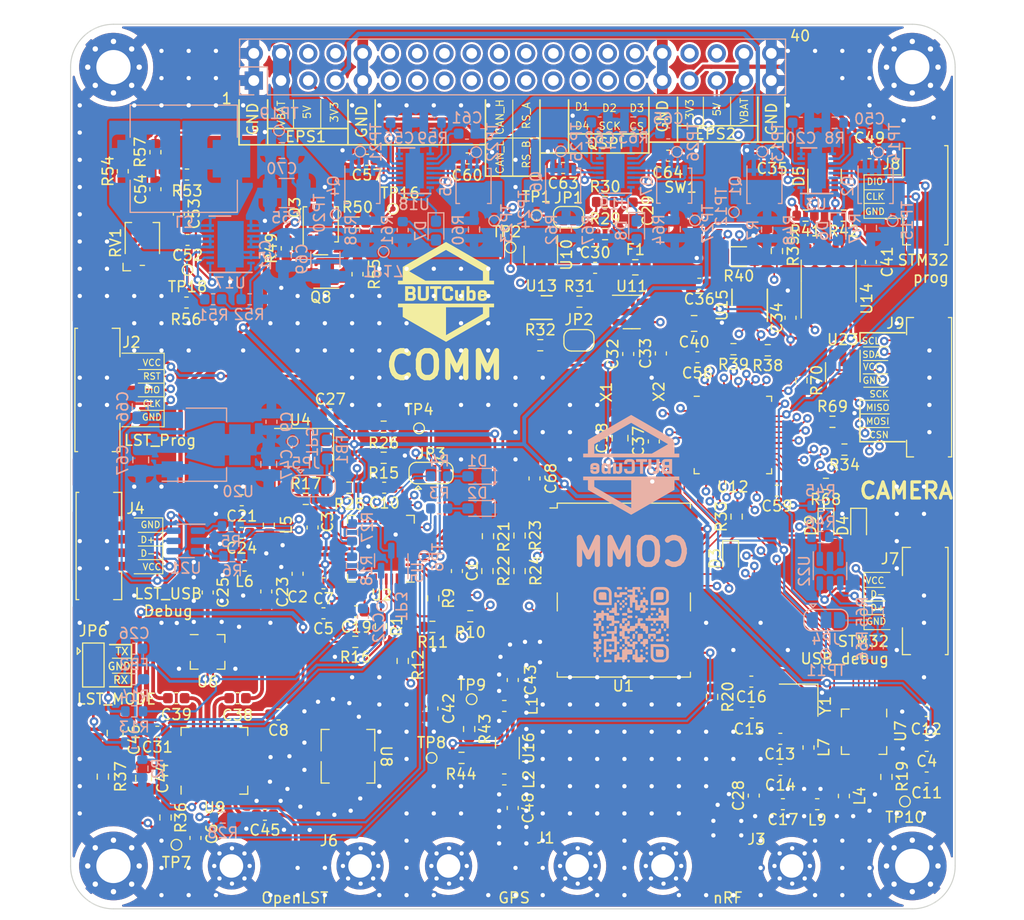
<source format=kicad_pcb>
(kicad_pcb (version 20211014) (generator pcbnew)

  (general
    (thickness 0.986)
  )

  (paper "A4")
  (layers
    (0 "F.Cu" power)
    (1 "In1.Cu" mixed)
    (2 "In2.Cu" mixed)
    (31 "B.Cu" power)
    (32 "B.Adhes" user "B.Adhesive")
    (33 "F.Adhes" user "F.Adhesive")
    (34 "B.Paste" user)
    (35 "F.Paste" user)
    (36 "B.SilkS" user "B.Silkscreen")
    (37 "F.SilkS" user "F.Silkscreen")
    (38 "B.Mask" user)
    (39 "F.Mask" user)
    (40 "Dwgs.User" user "User.Drawings")
    (41 "Cmts.User" user "User.Comments")
    (42 "Eco1.User" user "User.Eco1")
    (43 "Eco2.User" user "User.Eco2")
    (44 "Edge.Cuts" user)
    (45 "Margin" user)
    (46 "B.CrtYd" user "B.Courtyard")
    (47 "F.CrtYd" user "F.Courtyard")
    (48 "B.Fab" user)
    (49 "F.Fab" user)
    (50 "User.1" user)
    (51 "User.2" user)
    (52 "User.3" user)
    (53 "User.4" user)
    (54 "User.5" user)
    (55 "User.6" user)
    (56 "User.7" user)
    (57 "User.8" user)
    (58 "User.9" user)
  )

  (setup
    (stackup
      (layer "F.SilkS" (type "Top Silk Screen"))
      (layer "F.Paste" (type "Top Solder Paste"))
      (layer "F.Mask" (type "Top Solder Mask") (thickness 0.01))
      (layer "F.Cu" (type "copper") (thickness 0.018))
      (layer "dielectric 1" (type "core") (thickness 0.175) (material "FR4") (epsilon_r 4.5) (loss_tangent 0.02))
      (layer "In1.Cu" (type "copper") (thickness 0.035))
      (layer "dielectric 2" (type "prepreg") (thickness 0.51) (material "FR4") (epsilon_r 4.5) (loss_tangent 0.02))
      (layer "In2.Cu" (type "copper") (thickness 0.035))
      (layer "dielectric 3" (type "core") (thickness 0.175) (material "FR4") (epsilon_r 4.5) (loss_tangent 0.02))
      (layer "B.Cu" (type "copper") (thickness 0.018))
      (layer "B.Mask" (type "Bottom Solder Mask") (thickness 0.01))
      (layer "B.Paste" (type "Bottom Solder Paste"))
      (layer "B.SilkS" (type "Bottom Silk Screen"))
      (copper_finish "None")
      (dielectric_constraints no)
    )
    (pad_to_mask_clearance 0)
    (pcbplotparams
      (layerselection 0x00010fc_ffffffff)
      (disableapertmacros false)
      (usegerberextensions false)
      (usegerberattributes true)
      (usegerberadvancedattributes true)
      (creategerberjobfile true)
      (svguseinch false)
      (svgprecision 6)
      (excludeedgelayer true)
      (plotframeref false)
      (viasonmask false)
      (mode 1)
      (useauxorigin false)
      (hpglpennumber 1)
      (hpglpenspeed 20)
      (hpglpendiameter 15.000000)
      (dxfpolygonmode true)
      (dxfimperialunits true)
      (dxfusepcbnewfont true)
      (psnegative false)
      (psa4output false)
      (plotreference true)
      (plotvalue true)
      (plotinvisibletext false)
      (sketchpadsonfab false)
      (subtractmaskfromsilk false)
      (outputformat 1)
      (mirror false)
      (drillshape 1)
      (scaleselection 1)
      (outputdirectory "")
    )
  )

  (net 0 "")
  (net 1 "Net-(C1-Pad1)")
  (net 2 "GND")
  (net 3 "+3V3")
  (net 4 "/OpenLST (Beacon)/PA_VAPC")
  (net 5 "+3V8")
  (net 6 "/OpenLST (Beacon)/VDD_USB_LST")
  (net 7 "Net-(C12-Pad1)")
  (net 8 "Net-(C13-Pad2)")
  (net 9 "Net-(C15-Pad1)")
  (net 10 "Net-(C16-Pad1)")
  (net 11 "Net-(C17-Pad1)")
  (net 12 "Net-(C17-Pad2)")
  (net 13 "/MCU/MCU_POWER")
  (net 14 "Net-(C19-Pad1)")
  (net 15 "/3V3 power share/VCC_EN")
  (net 16 "Net-(C21-Pad2)")
  (net 17 "Net-(C22-Pad1)")
  (net 18 "Net-(C23-Pad2)")
  (net 19 "Net-(C24-Pad1)")
  (net 20 "Net-(C24-Pad2)")
  (net 21 "Net-(C25-Pad2)")
  (net 22 "Net-(C26-Pad1)")
  (net 23 "Net-(C29-Pad1)")
  (net 24 "/3V3 power share/EPS#1")
  (net 25 "Net-(C35-Pad2)")
  (net 26 "Net-(C38-Pad1)")
  (net 27 "Net-(C38-Pad2)")
  (net 28 "Net-(C39-Pad1)")
  (net 29 "Net-(C39-Pad2)")
  (net 30 "/MCU/VREF")
  (net 31 "Net-(C42-Pad1)")
  (net 32 "Net-(C43-Pad1)")
  (net 33 "Net-(C43-Pad2)")
  (net 34 "Net-(C45-Pad1)")
  (net 35 "Net-(C45-Pad2)")
  (net 36 "Net-(C48-Pad1)")
  (net 37 "Net-(C48-Pad2)")
  (net 38 "Net-(C49-Pad1)")
  (net 39 "/3V3 power share/EPS#2")
  (net 40 "Net-(C50-Pad1)")
  (net 41 "VIN")
  (net 42 "Net-(C52-Pad1)")
  (net 43 "Net-(C52-Pad2)")
  (net 44 "Net-(C53-Pad1)")
  (net 45 "Net-(C54-Pad1)")
  (net 46 "/Power Convertor/VBAT1/VCC_EN")
  (net 47 "/Power Convertor/EPS#1_VBAT")
  (net 48 "Net-(C57-Pad2)")
  (net 49 "Net-(C60-Pad1)")
  (net 50 "/Power Convertor/EPS#2_VBAT")
  (net 51 "Net-(C61-Pad1)")
  (net 52 "/5V power share/VCC_EN")
  (net 53 "/5V power share/EPS#1")
  (net 54 "Net-(C63-Pad2)")
  (net 55 "Net-(C64-Pad1)")
  (net 56 "/5V power share/EPS#2")
  (net 57 "Net-(C65-Pad1)")
  (net 58 "/OpenLST (Beacon)/USB_POWER_LST")
  (net 59 "Net-(D1-Pad2)")
  (net 60 "Net-(D2-Pad2)")
  (net 61 "Net-(D3-Pad1)")
  (net 62 "Net-(D4-Pad1)")
  (net 63 "/MCU/CAN_L")
  (net 64 "/MCU/CAN_H")
  (net 65 "Net-(D6-Pad1)")
  (net 66 "Net-(D6-Pad2)")
  (net 67 "Net-(D7-Pad1)")
  (net 68 "Net-(D7-Pad2)")
  (net 69 "Net-(D8-Pad1)")
  (net 70 "Net-(D8-Pad2)")
  (net 71 "Net-(D9-Pad1)")
  (net 72 "Net-(F1-Pad2)")
  (net 73 "Net-(FB1-Pad1)")
  (net 74 "/OpenLST (Beacon)/PROG_DD")
  (net 75 "/OpenLST (Beacon)/PROG_DC")
  (net 76 "/OpenLST (Beacon)/~{LST_RESET}")
  (net 77 "/MCU/USB_POWER")
  (net 78 "/MCU/SWCLK")
  (net 79 "/MCU/SWDIO")
  (net 80 "/MCU/QSPI_D1{slash}CAM_CSN")
  (net 81 "/MCU/QSPI_D2{slash}CAM_MOSI")
  (net 82 "/MCU/QSPI_D3{slash}CAM_MISO")
  (net 83 "/MCU/CAM_SCK")
  (net 84 "+5V")
  (net 85 "/I2C_SDA")
  (net 86 "/I2C_SCL")
  (net 87 "unconnected-(J12-Pad6)")
  (net 88 "unconnected-(J12-Pad8)")
  (net 89 "unconnected-(J12-Pad11)")
  (net 90 "unconnected-(J12-Pad12)")
  (net 91 "unconnected-(J12-Pad13)")
  (net 92 "unconnected-(J12-Pad14)")
  (net 93 "unconnected-(J12-Pad15)")
  (net 94 "unconnected-(J12-Pad16)")
  (net 95 "unconnected-(J12-Pad17)")
  (net 96 "unconnected-(J12-Pad18)")
  (net 97 "/MCU/RS_485_~{B}")
  (net 98 "/MCU/RS_485_A")
  (net 99 "unconnected-(J12-Pad23)")
  (net 100 "unconnected-(J12-Pad24)")
  (net 101 "/MCU/QSPI_D0")
  (net 102 "/MCU/QSPI_SCK")
  (net 103 "/MCU/QSPI_NCS")
  (net 104 "unconnected-(J12-Pad34)")
  (net 105 "unconnected-(J12-Pad36)")
  (net 106 "Net-(JP1-Pad1)")
  (net 107 "/MCU/NRST")
  (net 108 "Net-(JP2-Pad1)")
  (net 109 "Net-(JP2-Pad2)")
  (net 110 "/OpenLST (Beacon)/RF_EN")
  (net 111 "/OpenLST (Beacon)/RF_EN_MCU")
  (net 112 "/OpenLST (Beacon)/RF_PWR_EN")
  (net 113 "Net-(JP4-Pad3)")
  (net 114 "/MCU/VDD_USB")
  (net 115 "Net-(L3-Pad1)")
  (net 116 "Net-(L3-Pad2)")
  (net 117 "Net-(L4-Pad1)")
  (net 118 "Net-(L4-Pad2)")
  (net 119 "Net-(Q1-Pad5)")
  (net 120 "Net-(Q1-Pad4)")
  (net 121 "Net-(Q2-Pad4)")
  (net 122 "Net-(Q2-Pad5)")
  (net 123 "Net-(Q3-Pad4)")
  (net 124 "Net-(Q3-Pad5)")
  (net 125 "Net-(Q4-Pad5)")
  (net 126 "Net-(Q4-Pad4)")
  (net 127 "Net-(Q5-Pad4)")
  (net 128 "Net-(Q5-Pad5)")
  (net 129 "Net-(Q6-Pad5)")
  (net 130 "Net-(Q6-Pad4)")
  (net 131 "Net-(Q7-Pad4)")
  (net 132 "Net-(Q7-Pad5)")
  (net 133 "/OpenLST (Beacon)/~{LST_RX_MODE}")
  (net 134 "/OpenLST (Beacon)/LST_TX_MODE")
  (net 135 "Net-(R3-Pad2)")
  (net 136 "Net-(R4-Pad2)")
  (net 137 "Net-(R5-Pad1)")
  (net 138 "/OpenLST (Beacon)/USB_N")
  (net 139 "/OpenLST (Beacon)/USB_P")
  (net 140 "Net-(R6-Pad2)")
  (net 141 "Net-(R8-Pad2)")
  (net 142 "Net-(R9-Pad1)")
  (net 143 "/OpenLST (Beacon)/UART0_CTS")
  (net 144 "Net-(R10-Pad1)")
  (net 145 "/OpenLST (Beacon)/UART0_RTS")
  (net 146 "Net-(R11-Pad1)")
  (net 147 "/OpenLST (Beacon)/UART0_RX")
  (net 148 "Net-(R12-Pad1)")
  (net 149 "/OpenLST (Beacon)/UART0_TX")
  (net 150 "Net-(R15-Pad2)")
  (net 151 "Net-(R16-Pad2)")
  (net 152 "Net-(R17-Pad1)")
  (net 153 "Net-(R17-Pad2)")
  (net 154 "Net-(R19-Pad2)")
  (net 155 "/OpenLST (Beacon)/AN0")
  (net 156 "/OpenLST (Beacon)/AN1")
  (net 157 "Net-(R25-Pad2)")
  (net 158 "/OpenLST (Beacon)/RF_BYP")
  (net 159 "Net-(R32-Pad1)")
  (net 160 "/MCU/LED2")
  (net 161 "/MCU/CAN_RS")
  (net 162 "/MCU/RS_485_R_EN")
  (net 163 "/MCU/RS_485_T_EN")
  (net 164 "Net-(R43-Pad2)")
  (net 165 "Net-(R44-Pad1)")
  (net 166 "Net-(R44-Pad2)")
  (net 167 "Net-(R45-Pad1)")
  (net 168 "/MCU/USB_N")
  (net 169 "/MCU/USB_P")
  (net 170 "Net-(R46-Pad2)")
  (net 171 "Net-(R51-Pad2)")
  (net 172 "Net-(R52-Pad1)")
  (net 173 "Net-(R54-Pad2)")
  (net 174 "Net-(R59-Pad2)")
  (net 175 "Net-(R63-Pad2)")
  (net 176 "unconnected-(U1-Pad1)")
  (net 177 "unconnected-(U1-Pad3)")
  (net 178 "/GPS Module/IRQ")
  (net 179 "unconnected-(U1-Pad5)")
  (net 180 "unconnected-(U1-Pad6)")
  (net 181 "/GPS Module/RESET")
  (net 182 "unconnected-(U1-Pad15)")
  (net 183 "unconnected-(U1-Pad16)")
  (net 184 "unconnected-(U1-Pad17)")
  (net 185 "/GPS Module/TXD")
  (net 186 "/GPS Module/RXD")
  (net 187 "unconnected-(U2-Pad8)")
  (net 188 "unconnected-(U2-Pad18)")
  (net 189 "unconnected-(U2-Pad20)")
  (net 190 "/MCU/NRF_CE")
  (net 191 "/MCU/NRF_SPI_CSN")
  (net 192 "/MCU/NRF_SPI_SCK")
  (net 193 "/MCU/NRF_SPI_MOSI")
  (net 194 "/MCU/NRF_SPI_MISO")
  (net 195 "/MCU/NRF_IRQ")
  (net 196 "Net-(U8-Pad2)")
  (net 197 "Net-(U8-Pad6)")
  (net 198 "unconnected-(U9-Pad14)")
  (net 199 "unconnected-(U9-Pad16)")
  (net 200 "unconnected-(U9-Pad25)")
  (net 201 "unconnected-(U10-Pad3)")
  (net 202 "/MCU/WDG_RESET")
  (net 203 "unconnected-(U11-Pad3)")
  (net 204 "unconnected-(U12-Pad1)")
  (net 205 "/MCU/LSE")
  (net 206 "/MCU/HSE")
  (net 207 "/MCU/CAN_RX")
  (net 208 "/MCU/CAN_TX")
  (net 209 "unconnected-(U13-Pad3)")
  (net 210 "/MCU/RS_485_R")
  (net 211 "/MCU/RS_485_T")
  (net 212 "unconnected-(U15-Pad7)")
  (net 213 "Net-(JP6-Pad3)")
  (net 214 "/camera/CAM_VCC")
  (net 215 "Net-(R70-Pad1)")
  (net 216 "Net-(J4-Pad2)")
  (net 217 "Net-(J4-Pad3)")
  (net 218 "Net-(J7-Pad2)")
  (net 219 "Net-(J7-Pad3)")
  (net 220 "Net-(JP6-Pad1)")
  (net 221 "unconnected-(X1-Pad1)")

  (footprint "Capacitor_SMD:C_0805_2012Metric_Pad1.18x1.45mm_HandSolder" (layer "F.Cu") (at 143.1544 71.9044))

  (footprint "TCY_Buttons:KMT031NGJLHS" (layer "F.Cu") (at 141.8844 61.5881))

  (footprint "Resistor_SMD:R_0603_1608Metric" (layer "F.Cu") (at 93.853 117.983 90))

  (footprint "Resistor_SMD:R_0603_1608Metric" (layer "F.Cu") (at 157.099 61.849 180))

  (footprint "Package_DFN_QFN:QFN-20-1EP_4x4mm_P0.5mm_EP2.5x2.5mm" (layer "F.Cu") (at 159.004 109.982 -90))

  (footprint "MountingHole:MountingHole_3.2mm_M3_Pad_Via" (layer "F.Cu") (at 163.5 122.5))

  (footprint "Resistor_SMD:R_0603_1608Metric" (layer "F.Cu") (at 123.9266 91.7448 90))

  (footprint "Capacitor_SMD:C_0603_1608Metric" (layer "F.Cu") (at 94.8583 106.8505))

  (footprint "Resistor_SMD:R_1206_3216Metric" (layer "F.Cu") (at 147.32 65.659 180))

  (footprint "Inductor_SMD:L_0603_1608Metric" (layer "F.Cu") (at 103.492 90.678 -90))

  (footprint "Resistor_SMD:R_0603_1608Metric" (layer "F.Cu") (at 121.4628 112.4204))

  (footprint "MountingHole:MountingHole_3.2mm_M3_Pad_Via" (layer "F.Cu") (at 89 48))

  (footprint "Capacitor_SMD:C_0603_1608Metric" (layer "F.Cu") (at 100.965 88.392))

  (footprint "TCY_Connector:Amphenol 10114830-10104LF 1x04 Horizontal" (layer "F.Cu") (at 88.265 92.6592 -90))

  (footprint "Capacitor_SMD:C_0603_1608Metric" (layer "F.Cu") (at 128.27 86.36 90))

  (footprint "Capacitor_SMD:C_0603_1608Metric" (layer "F.Cu") (at 152.146 71.374 90))

  (footprint "Resistor_SMD:R_0603_1608Metric" (layer "F.Cu") (at 153.162 77.216 -90))

  (footprint "Capacitor_SMD:C_0603_1608Metric" (layer "F.Cu") (at 114.2492 87.2236 180))

  (footprint "Inductor_SMD:L_0603_1608Metric" (layer "F.Cu") (at 125.45 114.427 180))

  (footprint "RF_GPS:ublox_NEO" (layer "F.Cu") (at 136.6012 96.774))

  (footprint "Package_TO_SOT_SMD:SOT-23-6_Handsoldering" (layer "F.Cu") (at 157.0228 76.454 -90))

  (footprint "Capacitor_SMD:C_0603_1608Metric" (layer "F.Cu") (at 108.585 96.139 180))

  (footprint "Inductor_SMD:L_0603_1608Metric" (layer "F.Cu") (at 105.156 64.897 90))

  (footprint "Resistor_SMD:R_0603_1608Metric" (layer "F.Cu") (at 161.0868 114.1984 90))

  (footprint "Jumper:SolderJumper-2_P1.3mm_Open_RoundedPad1.0x1.5mm" (layer "F.Cu") (at 132.4108 73.4753 180))

  (footprint "Capacitor_SMD:C_0603_1608Metric" (layer "F.Cu") (at 118.745 107.823 -90))

  (footprint "Jumper:SolderJumper-2_P1.3mm_Open_RoundedPad1.0x1.5mm" (layer "F.Cu") (at 131.4456 61.9945))

  (footprint "Inductor_SMD:L_0603_1608Metric" (layer "F.Cu") (at 95.8596 58.0136))

  (footprint "Capacitor_SMD:C_0603_1608Metric" (layer "F.Cu") (at 133.9218 66.7189))

  (footprint "Capacitor_SMD:C_0603_1608Metric" (layer "F.Cu") (at 126.24 105.156 -90))

  (footprint "Capacitor_SMD:C_0603_1608Metric" (layer "F.Cu") (at 151.1938 113.538))

  (footprint "MountingHole:MountingHole_3.2mm_M3_Pad_Via" (layer "F.Cu") (at 163.5 48))

  (footprint "Resistor_SMD:R_0603_1608Metric" (layer "F.Cu") (at 111.5568 101.6 180))

  (footprint "Resistor_SMD:R_0603_1608Metric" (layer "F.Cu") (at 118.8212 97.536 -90))

  (footprint "Resistor_SMD:R_0603_1608Metric" (layer "F.Cu") (at 134.8492 60.5721))

  (footprint "Resistor_SMD:R_0603_1608Metric" (layer "F.Cu") (at 157.1752 83.6676 180))

  (footprint "Capacitor_SMD:C_0603_1608Metric" (layer "F.Cu") (at 122.0216 56.515))

  (footprint "TCY_Connector:TestPoint_Pad_D0.5mm" (layer "F.Cu") (at 122.4026 106.947))

  (footprint "Resistor_SMD:R_0603_1608Metric" (layer "F.Cu") (at 126.873 94.996 90))

  (footprint "Resistor_SMD:R_0603_1608Metric" (layer "F.Cu") (at 115.9764 103.378 -90))

  (footprint "Capacitor_SMD:C_0603_1608Metric" (layer "F.Cu") (at 139.3952 82.9056 90))

  (footprint "Resistor_SMD:R_0603_1608Metric" (layer "F.Cu") (at 110.998 87.2236))

  (footprint "Resistor_SMD:R_0603_1608Metric" (layer "F.Cu") (at 113.9444 100.1268 90))

  (footprint "footprints:iPEX" (layer "F.Cu") (at 146.25 122.5 180))

  (footprint "Capacitor_SMD:C_0603_1608Metric" (layer "F.Cu") (at 148.717 115.938 90))

  (footprint "Capacitor_SMD:C_0603_1608Metric" (layer "F.Cu") (at 164.846 114.2492 180))

  (footprint "Capacitor_SMD:C_0603_1608Metric" (layer "F.Cu") (at 112.649 56.642))

  (footprint "Inductor_SMD:L_0603_1608Metric" (layer "F.Cu") (at 153.8224 111.4552 -90))

  (footprint "Capacitor_SMD:C_0603_1608Metric" (layer "F.Cu") (at 137.414 61.3849 -90))

  (footprint "Capacitor_SMD:C_0603_1608Metric" (layer "F.Cu") (at 159.517223 56.0263))

  (footprint "Resistor_SMD:R_0603_1608Metric" (layer "F.Cu") (at 144.8308 106.7308 90))

  (footprint "Resistor_SMD:R_0603_1608Metric" (layer "F.Cu") (at 123.8758 94.996 90))

  (footprint "footprints:iPEX" (layer "F.Cu") (at 106 122.5 180))

  (footprint "Capacitor_SMD:C_0603_1608Metric" (layer "F.Cu") (at 100.952 91.44 180))

  (footprint "TCY_Connector:TestPoint_Pad_D0.5mm" (layer "F.Cu") (at 117.5004 81.6864))

  (footprint "Package_DFN_QFN:DFN-10-1EP_3x3mm_P0.5mm_EP1.55x2.48mm" (layer "F.Cu")
    (tedit 5EA4BECA) (tstamp 64263d5c-9427-4c92-a73a-afe8e63e20fb)
    (at 148.336 70.2056 90)
    (descr "10-Lead Plastic Dual Flat, No Lead Package (MF) - 3x3x0.9 mm Body [DFN] (see Microchip Packaging Specification 00000049BS.pdf)")
    (tags "DFN 0.5")
    (property "Sheetfile" "mcu_comm.kicad_sch")
    (property "Sheetname" "MCU")
    (path "/81a5172c-b171-400d-8856-41d6e486bdd1/a66e8b44-b972-4f7b-ba80-f64e58de1944")
    (attr smd)
    (fp_text reference "U15" (at 0 -2.575 90) (layer "F.SilkS")
      (effects (font (size 1 1) (thickness 0.15)))
      (tstamp af58d6aa-33e4-4da2-8ea3-2304125e31c0)
    )
    (fp_text value "MAX13430ETB+" (at 0 2.575 90) (layer "F.Fab")
      (effects (font (size 1 1) (thickness 0.15)))
      (tstamp 94937ca0-c1d9-424d-88cf-010fb503f8a5)
    )
    (fp_text user "${REFERENCE}" (at 0 0 90) (layer "F.Fab")
      (effects (font (size 0.7 0.7) (thickness 0.105)))
      (tstamp 67a55320-79e2-4952-9d6a-671cbdcfc9f7)
    )
    (fp_line (start -1.5 1.65) (end 1.5 1.65) (layer "F.SilkS") (width 0.15) (tstamp 47b3834c-8a87-4af3-9143-c88b9cd89304))
    (fp_line (start 0 -1.65) (end 1.5 -1.65) (layer "F.SilkS") (width 0.15) (tstamp adc74667-5dec-4b95-9d35-ffc7db9ad260))
    (fp_line (start -2.15 -1.85) (end -2.15 1.85) (layer "F.CrtYd") (width 0.05) (tstamp 20c401b1-c1bb-42cd-8ef2-fd89663a6cf3))
    (fp_line (start -2.15 1.85) (end 2.15 1.85) (layer "F.CrtYd") (width 0.05) (tstamp a7098063-91db-4dae-8c97-631051e8de0e))
    (fp_line (start 2.15 -1.85) (end 2.15 1.85) (layer "F.CrtYd") (width 0.05) (tstamp d1594cc0-0357-4de5-8d76-bb3a044297b2))
    (fp_line (start -2.15 -1.85) (end 2.15 -1.85) (layer "F.CrtYd") (width 0.05) (tstamp d500cfb3-be5f-4c90-8432-d0e5e29eda2a))
    (fp_line (start -1.5 -0.5) (end -0.5 -1.5) (layer "F.Fab") (width 0.15) (tstamp 4013842c-f594-4f18-a07a-785be971cdaf))
    (fp_line (start -1.5 1.5) (end -1.5 -0.5) (layer "F.Fab") (width 0.15) (tstamp 68cc97a1-6c76-411f-a28b-36162918d55d))
    (fp_line (start 1.5 1.5) (end -1.5 1.5) (layer "F.Fab") (width 0.15) (tstamp 6a2b63d3-b52c-4af8-b72e-63fe811d3d24))
    (fp_line (start 1.5 -1.5) (end 1.5 1.5) (layer "F.Fab") (width 0.15) (tstamp b6b0b082-3ad5-486d-9247-7e4db31838ef))
    (fp_line (start -0.5 -1.5) (end 1.5 -1.5) (layer "F.Fab") (width 0.15) (tstamp c40a33aa-f777-4109-9efd-12123c039897))
    (pad "" smd rect locked (at 0.3875 0.62 90) (size 0.6 1.05) (layers "F.Paste") (tstamp 13432df8-5be2-422d-b431-13bedccbff4d))
    (pad "" smd rect locked (at -0.3875 -0.62 90) (size 0.6 1.05) (layers "F.Paste") (tstamp 4be9d67c-a6f3-435e-8133-0f53bd74a878))
    (pad "" smd rect locked (at -0.3875 0.62 90) (size 0.6 1.05) (layers "F.Paste") (tstamp 5d69c
... [4123841 chars truncated]
</source>
